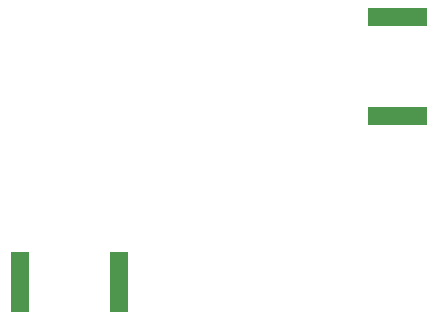
<source format=gbr>
%TF.GenerationSoftware,KiCad,Pcbnew,(5.1.8)-1*%
%TF.CreationDate,2021-03-17T23:27:18-07:00*%
%TF.ProjectId,coffee-vivaldi-tx,636f6666-6565-42d7-9669-76616c64692d,rev?*%
%TF.SameCoordinates,Original*%
%TF.FileFunction,Paste,Bot*%
%TF.FilePolarity,Positive*%
%FSLAX46Y46*%
G04 Gerber Fmt 4.6, Leading zero omitted, Abs format (unit mm)*
G04 Created by KiCad (PCBNEW (5.1.8)-1) date 2021-03-17 23:27:18*
%MOMM*%
%LPD*%
G01*
G04 APERTURE LIST*
%ADD10R,1.600000X2.500000*%
%ADD11R,2.500000X1.600000*%
G04 APERTURE END LIST*
D10*
%TO.C,U3*%
X185783864Y-124443194D03*
X185783864Y-126943194D03*
X177383864Y-124443194D03*
X177383864Y-126943194D03*
%TD*%
D11*
%TO.C,U4*%
X210599118Y-111681376D03*
X208099118Y-111681376D03*
X210599118Y-103281376D03*
X208099118Y-103281376D03*
%TD*%
M02*

</source>
